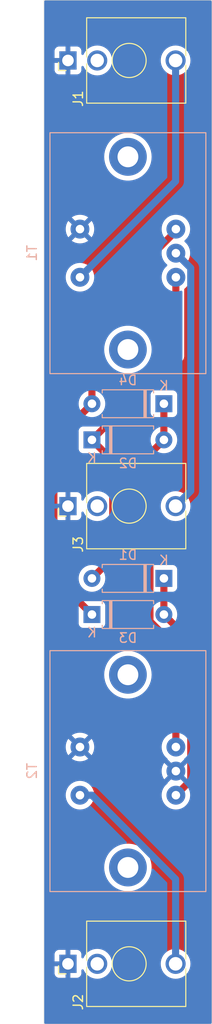
<source format=kicad_pcb>
(kicad_pcb (version 20240108) (generator "pcbnew") (generator_version "8.0")
  (layers (0 "F.Cu" signal) (31 "B.Cu" signal) (34 "B.Paste" user) (35 "F.Paste" user) (36 "B.SilkS" user "B.Silkscreen") (37 "F.SilkS" user "F.Silkscreen") (38 "B.Mask" user) (39 "F.Mask" user) (44 "Edge.Cuts" user))
  (net 0 "")
  (net 1 "Net-(D1-Pad2)")
  (net 2 "Net-(D1-Pad1)")
  (net 3 "Net-(D2-Pad2)")
  (net 4 "Net-(D3-Pad1)")
  (net 5 "Net-(J1-PadT)")
  (net 6 "Net-(J1-PadTN)")
  (net 7 "Net-(J2-PadT)")
  (net 8 "Net-(J2-PadTN)")
  (net 9 "Net-(J3-PadT)")
  (net 10 "Net-(J3-PadTN)")
  (net 11 "GND")
  (footprint "Connector_Audio:Jack_3.5mm_QingPu_WQP-PJ398SM_Vertical_CircularHoles" (layer "F.Cu") (at 20.32 139.7 90)
    (property "Reference" "J2" (at -4.03 1.08 -90) (layer "F.SilkS"))
    (property "Value" "Output")
    (fp_line (start -1.06 -1) (end -0.2 -1) (stroke (width 0.12)) (layer "F.SilkS"))
    (fp_line (start -1.06 -1) (end -1.06 -0.2) (stroke (width 0.12)) (layer "F.SilkS"))
    (fp_line (start 4.5 1.98) (end 0.35 1.98) (stroke (width 0.12)) (layer "F.SilkS"))
    (fp_line (start 4.5 1.98) (end 4.5 12.48) (stroke (width 0.12)) (layer "F.SilkS"))
    (fp_line (start -0.35 1.98) (end -4.5 1.98) (stroke (width 0.12)) (layer "F.SilkS"))
    (fp_line (start -4.5 1.98) (end -4.5 12.48) (stroke (width 0.12)) (layer "F.SilkS"))
    (fp_line (start 4.5 12.48) (end 0.5 12.48) (stroke (width 0.12)) (layer "F.SilkS"))
    (fp_line (start -0.5 12.48) (end -4.5 12.48) (stroke (width 0.12)) (layer "F.SilkS"))
    (fp_circle (center 0 6.48) (end 1.8 6.48) (stroke (width 0.12)) (fill none) (layer "F.SilkS"))
    (pad "S" thru_hole rect (at 0 0 270) (size 1.93 1.83) (drill 1.22) (layers "*.Cu" "*.Mask") (net 11 "GND"))
    (pad "T" thru_hole circle (at 0 11.4 270) (size 2.13 2.13) (drill 1.43) (layers "*.Cu" "*.Mask") (net 7 "Net-(J2-PadT)"))
    (pad "TN" thru_hole circle (at 0 3.1 270) (size 2.13 2.13) (drill 1.42) (layers "*.Cu" "*.Mask") (net 8 "Net-(J2-PadTN)"))
  )
  (footprint "Connector_Audio:Jack_3.5mm_QingPu_WQP-PJ398SM_Vertical_CircularHoles" (layer "F.Cu") (at 20.32 91.44 90)
    (property "Reference" "J3" (at -4.03 1.08 -90) (layer "F.SilkS"))
    (property "Value" "Carrier")
    (fp_line (start -1.06 -1) (end -0.2 -1) (stroke (width 0.12)) (layer "F.SilkS"))
    (fp_line (start -1.06 -1) (end -1.06 -0.2) (stroke (width 0.12)) (layer "F.SilkS"))
    (fp_line (start 4.5 1.98) (end 0.35 1.98) (stroke (width 0.12)) (layer "F.SilkS"))
    (fp_line (start 4.5 1.98) (end 4.5 12.48) (stroke (width 0.12)) (layer "F.SilkS"))
    (fp_line (start -0.35 1.98) (end -4.5 1.98) (stroke (width 0.12)) (layer "F.SilkS"))
    (fp_line (start -4.5 1.98) (end -4.5 12.48) (stroke (width 0.12)) (layer "F.SilkS"))
    (fp_line (start 4.5 12.48) (end 0.5 12.48) (stroke (width 0.12)) (layer "F.SilkS"))
    (fp_line (start -0.5 12.48) (end -4.5 12.48) (stroke (width 0.12)) (layer "F.SilkS"))
    (fp_circle (center 0 6.48) (end 1.8 6.48) (stroke (width 0.12)) (fill none) (layer "F.SilkS"))
    (pad "S" thru_hole rect (at 0 0 270) (size 1.93 1.83) (drill 1.22) (layers "*.Cu" "*.Mask") (net 11 "GND"))
    (pad "T" thru_hole circle (at 0 11.4 270) (size 2.13 2.13) (drill 1.43) (layers "*.Cu" "*.Mask") (net 9 "Net-(J3-PadT)"))
    (pad "TN" thru_hole circle (at 0 3.1 270) (size 2.13 2.13) (drill 1.42) (layers "*.Cu" "*.Mask") (net 10 "Net-(J3-PadTN)"))
  )
  (footprint "Connector_Audio:Jack_3.5mm_QingPu_WQP-PJ398SM_Vertical_CircularHoles" (layer "F.Cu") (at 20.32 44.45 90)
    (property "Reference" "J1" (at -4.03 1.08 -90) (layer "F.SilkS"))
    (property "Value" "Input")
    (fp_line (start -1.06 -1) (end -0.2 -1) (stroke (width 0.12)) (layer "F.SilkS"))
    (fp_line (start -1.06 -1) (end -1.06 -0.2) (stroke (width 0.12)) (layer "F.SilkS"))
    (fp_line (start 4.5 1.98) (end 0.35 1.98) (stroke (width 0.12)) (layer "F.SilkS"))
    (fp_line (start 4.5 1.98) (end 4.5 12.48) (stroke (width 0.12)) (layer "F.SilkS"))
    (fp_line (start -0.35 1.98) (end -4.5 1.98) (stroke (width 0.12)) (layer "F.SilkS"))
    (fp_line (start -4.5 1.98) (end -4.5 12.48) (stroke (width 0.12)) (layer "F.SilkS"))
    (fp_line (start 4.5 12.48) (end 0.5 12.48) (stroke (width 0.12)) (layer "F.SilkS"))
    (fp_line (start -0.5 12.48) (end -4.5 12.48) (stroke (width 0.12)) (layer "F.SilkS"))
    (fp_circle (center 0 6.48) (end 1.8 6.48) (stroke (width 0.12)) (fill none) (layer "F.SilkS"))
    (pad "S" thru_hole rect (at 0 0 270) (size 1.93 1.83) (drill 1.22) (layers "*.Cu" "*.Mask") (net 11 "GND"))
    (pad "T" thru_hole circle (at 0 11.4 270) (size 2.13 2.13) (drill 1.43) (layers "*.Cu" "*.Mask") (net 5 "Net-(J1-PadT)"))
    (pad "TN" thru_hole circle (at 0 3.1 270) (size 2.13 2.13) (drill 1.42) (layers "*.Cu" "*.Mask") (net 6 "Net-(J1-PadTN)"))
  )
  (footprint "Diode_THT:D_A-405_P7.62mm_Horizontal" (layer "B.Cu") (at 30.48 99.06 180)
    (property "Reference" "D1" (at 3.81 2.47 0) (layer "B.SilkS") (effects (justify mirror)))
    (property "Value" "D")
    (fp_line (start 6.53 1.47) (end 6.53 1.14) (stroke (width 0.12)) (layer "B.SilkS"))
    (fp_line (start 6.53 -1.47) (end 6.53 -1.14) (stroke (width 0.12)) (layer "B.SilkS"))
    (fp_line (start 2.11 1.47) (end 2.11 -1.47) (stroke (width 0.12)) (layer "B.SilkS"))
    (fp_line (start 1.99 1.47) (end 1.99 -1.47) (stroke (width 0.12)) (layer "B.SilkS"))
    (fp_line (start 1.87 1.47) (end 1.87 -1.47) (stroke (width 0.12)) (layer "B.SilkS"))
    (fp_line (start 1.09 1.47) (end 6.53 1.47) (stroke (width 0.12)) (layer "B.SilkS"))
    (fp_line (start 1.09 1.14) (end 1.09 1.47) (stroke (width 0.12)) (layer "B.SilkS"))
    (fp_line (start 1.09 -1.14) (end 1.09 -1.47) (stroke (width 0.12)) (layer "B.SilkS"))
    (fp_line (start 1.09 -1.47) (end 6.53 -1.47) (stroke (width 0.12)) (layer "B.SilkS"))
    (fp_text user "K" (at 0 1.9 0) (layer "B.SilkS") (effects (justify mirror)))
    (pad "1" thru_hole rect (at 0 0 180) (size 1.8 1.8) (drill 0.9) (layers "*.Cu" "*.Mask") (net 2 "Net-(D1-Pad1)"))
    (pad "2" thru_hole oval (at 7.62 0 180) (size 1.8 1.8) (drill 0.9) (layers "*.Cu" "*.Mask") (net 1 "Net-(D1-Pad2)"))
  )
  (footprint "Diode_THT:D_A-405_P7.62mm_Horizontal" (layer "B.Cu") (at 22.86 84.455)
    (property "Reference" "D2" (at 3.81 2.47 0) (layer "B.SilkS") (effects (justify mirror)))
    (property "Value" "D")
    (fp_line (start 1.09 -1.47) (end 6.53 -1.47) (stroke (width 0.12)) (layer "B.SilkS"))
    (fp_line (start 1.09 -1.14) (end 1.09 -1.47) (stroke (width 0.12)) (layer "B.SilkS"))
    (fp_line (start 1.09 1.14) (end 1.09 1.47) (stroke (width 0.12)) (layer "B.SilkS"))
    (fp_line (start 1.09 1.47) (end 6.53 1.47) (stroke (width 0.12)) (layer "B.SilkS"))
    (fp_line (start 1.87 1.47) (end 1.87 -1.47) (stroke (width 0.12)) (layer "B.SilkS"))
    (fp_line (start 1.99 1.47) (end 1.99 -1.47) (stroke (width 0.12)) (layer "B.SilkS"))
    (fp_line (start 2.11 1.47) (end 2.11 -1.47) (stroke (width 0.12)) (layer "B.SilkS"))
    (fp_line (start 6.53 -1.47) (end 6.53 -1.14) (stroke (width 0.12)) (layer "B.SilkS"))
    (fp_line (start 6.53 1.47) (end 6.53 1.14) (stroke (width 0.12)) (layer "B.SilkS"))
    (fp_text user "K" (at 0 1.9 0) (layer "B.SilkS") (effects (justify mirror)))
    (pad "1" thru_hole rect (at 0 0) (size 1.8 1.8) (drill 0.9) (layers "*.Cu" "*.Mask") (net 1 "Net-(D1-Pad2)"))
    (pad "2" thru_hole oval (at 7.62 0) (size 1.8 1.8) (drill 0.9) (layers "*.Cu" "*.Mask") (net 3 "Net-(D2-Pad2)"))
  )
  (footprint "Diode_THT:D_A-405_P7.62mm_Horizontal" (layer "B.Cu") (at 22.86 102.87)
    (property "Reference" "D3" (at 3.81 2.47 0) (layer "B.SilkS") (effects (justify mirror)))
    (property "Value" "D")
    (fp_line (start 1.09 -1.47) (end 6.53 -1.47) (stroke (width 0.12)) (layer "B.SilkS"))
    (fp_line (start 1.09 -1.14) (end 1.09 -1.47) (stroke (width 0.12)) (layer "B.SilkS"))
    (fp_line (start 1.09 1.14) (end 1.09 1.47) (stroke (width 0.12)) (layer "B.SilkS"))
    (fp_line (start 1.09 1.47) (end 6.53 1.47) (stroke (width 0.12)) (layer "B.SilkS"))
    (fp_line (start 1.87 1.47) (end 1.87 -1.47) (stroke (width 0.12)) (layer "B.SilkS"))
    (fp_line (start 1.99 1.47) (end 1.99 -1.47) (stroke (width 0.12)) (layer "B.SilkS"))
    (fp_line (start 2.11 1.47) (end 2.11 -1.47) (stroke (width 0.12)) (layer "B.SilkS"))
    (fp_line (start 6.53 -1.47) (end 6.53 -1.14) (stroke (width 0.12)) (layer "B.SilkS"))
    (fp_line (start 6.53 1.47) (end 6.53 1.14) (stroke (width 0.12)) (layer "B.SilkS"))
    (fp_text user "K" (at 0 1.9 0) (layer "B.SilkS") (effects (justify mirror)))
    (pad "1" thru_hole rect (at 0 0) (size 1.8 1.8) (drill 0.9) (layers "*.Cu" "*.Mask") (net 4 "Net-(D3-Pad1)"))
    (pad "2" thru_hole oval (at 7.62 0) (size 1.8 1.8) (drill 0.9) (layers "*.Cu" "*.Mask") (net 2 "Net-(D1-Pad1)"))
  )
  (footprint "Diode_THT:D_A-405_P7.62mm_Horizontal" (layer "B.Cu") (at 30.48 80.645 180)
    (property "Reference" "D4" (at 3.81 2.47 0) (layer "B.SilkS") (effects (justify mirror)))
    (property "Value" "D")
    (fp_line (start 6.53 1.47) (end 6.53 1.14) (stroke (width 0.12)) (layer "B.SilkS"))
    (fp_line (start 6.53 -1.47) (end 6.53 -1.14) (stroke (width 0.12)) (layer "B.SilkS"))
    (fp_line (start 2.11 1.47) (end 2.11 -1.47) (stroke (width 0.12)) (layer "B.SilkS"))
    (fp_line (start 1.99 1.47) (end 1.99 -1.47) (stroke (width 0.12)) (layer "B.SilkS"))
    (fp_line (start 1.87 1.47) (end 1.87 -1.47) (stroke (width 0.12)) (layer "B.SilkS"))
    (fp_line (start 1.09 1.47) (end 6.53 1.47) (stroke (width 0.12)) (layer "B.SilkS"))
    (fp_line (start 1.09 1.14) (end 1.09 1.47) (stroke (width 0.12)) (layer "B.SilkS"))
    (fp_line (start 1.09 -1.14) (end 1.09 -1.47) (stroke (width 0.12)) (layer "B.SilkS"))
    (fp_line (start 1.09 -1.47) (end 6.53 -1.47) (stroke (width 0.12)) (layer "B.SilkS"))
    (fp_text user "K" (at 0 1.9 0) (layer "B.SilkS") (effects (justify mirror)))
    (pad "1" thru_hole rect (at 0 0 180) (size 1.8 1.8) (drill 0.9) (layers "*.Cu" "*.Mask") (net 3 "Net-(D2-Pad2)"))
    (pad "2" thru_hole oval (at 7.62 0 180) (size 1.8 1.8) (drill 0.9) (layers "*.Cu" "*.Mask") (net 4 "Net-(D3-Pad1)"))
  )
  (footprint "Custom:audio_transformer" (layer "B.Cu") (at 21.59 64.77 -90)
    (property "Reference" "T1" (at 0 5.08 -90) (layer "B.SilkS") (effects (justify mirror)))
    (property "Value" "Transformer_1P_SS")
    (fp_line (start -12.7 3.175) (end 12.7 3.175) (stroke (width 0.12)) (layer "B.SilkS"))
    (fp_line (start 12.7 3.175) (end 12.7 -13.335) (stroke (width 0.12)) (layer "B.SilkS"))
    (fp_line (start -12.7 -13.335) (end -12.7 3.175) (stroke (width 0.12)) (layer "B.SilkS"))
    (fp_line (start 12.7 -13.335) (end -12.7 -13.335) (stroke (width 0.12)) (layer "B.SilkS"))
    (pad "" thru_hole circle (at -10.16 -5.08 270) (size 4 4) (drill 2.2) (layers "*.Cu" "*.Mask"))
    (pad "" thru_hole circle (at 10.16 -5.08 270) (size 4 4) (drill 2.2) (layers "*.Cu" "*.Mask"))
    (pad "1" thru_hole circle (at 2.54 0 270) (size 2 2) (drill 0.9) (layers "*.Cu" "*.Mask") (net 5 "Net-(J1-PadT)"))
    (pad "2" thru_hole circle (at -2.54 0 270) (size 2 2) (drill 0.9) (layers "*.Cu" "*.Mask") (net 11 "GND"))
    (pad "3" thru_hole circle (at -2.54 -10.16 270) (size 2 2) (drill 0.9) (layers "*.Cu" "*.Mask") (net 4 "Net-(D3-Pad1)"))
    (pad "4" thru_hole circle (at 0 -10.16 270) (size 2 2) (drill 0.9) (layers "*.Cu" "*.Mask") (net 9 "Net-(J3-PadT)"))
    (pad "5" thru_hole circle (at 2.54 -10.16 270) (size 2 2) (drill 0.9) (layers "*.Cu" "*.Mask") (net 1 "Net-(D1-Pad2)"))
  )
  (footprint "Custom:audio_transformer" (layer "B.Cu") (at 21.59 119.38 -90)
    (property "Reference" "T2" (at 0 5.08 -90) (layer "B.SilkS") (effects (justify mirror)))
    (property "Value" "Transformer_1P_SS")
    (fp_line (start -12.7 3.175) (end 12.7 3.175) (stroke (width 0.12)) (layer "B.SilkS"))
    (fp_line (start 12.7 3.175) (end 12.7 -13.335) (stroke (width 0.12)) (layer "B.SilkS"))
    (fp_line (start -12.7 -13.335) (end -12.7 3.175) (stroke (width 0.12)) (layer "B.SilkS"))
    (fp_line (start 12.7 -13.335) (end -12.7 -13.335) (stroke (width 0.12)) (layer "B.SilkS"))
    (pad "" thru_hole circle (at -10.16 -5.08 270) (size 4 4) (drill 2.2) (layers "*.Cu" "*.Mask"))
    (pad "" thru_hole circle (at 10.16 -5.08 270) (size 4 4) (drill 2.2) (layers "*.Cu" "*.Mask"))
    (pad "1" thru_hole circle (at 2.54 0 270) (size 2 2) (drill 0.9) (layers "*.Cu" "*.Mask") (net 7 "Net-(J2-PadT)"))
    (pad "2" thru_hole circle (at -2.54 0 270) (size 2 2) (drill 0.9) (layers "*.Cu" "*.Mask") (net 11 "GND"))
    (pad "3" thru_hole circle (at -2.54 -10.16 270) (size 2 2) (drill 0.9) (layers "*.Cu" "*.Mask") (net 3 "Net-(D2-Pad2)"))
    (pad "4" thru_hole circle (at 0 -10.16 270) (size 2 2) (drill 0.9) (layers "*.Cu" "*.Mask") (net 11 "GND"))
    (pad "5" thru_hole circle (at 2.54 -10.16 270) (size 2 2) (drill 0.9) (layers "*.Cu" "*.Mask") (net 2 "Net-(D1-Pad1)"))
  )
  (gr_line (start 35.56 38.1) (end 17.78 38.1) (stroke (width 0.05)) (layer "Edge.Cuts"))
  (gr_line (start 17.78 38.1) (end 17.78 146.05) (stroke (width 0.05)) (layer "Edge.Cuts"))
  (gr_line (start 17.78 146.05) (end 35.56 146.05) (stroke (width 0.05)) (layer "Edge.Cuts"))
  (gr_line (start 35.56 146.05) (end 35.56 38.1) (stroke (width 0.05)) (layer "Edge.Cuts"))
  (segment (start 22.86 84.455) (end 31.75 75.565) (width 0.75) (layer "F.Cu") (net 1))
  (segment (start 25.060001 96.859999) (end 25.060001 86.655001) (width 0.75) (layer "F.Cu") (net 1))
  (segment (start 22.86 99.06) (end 25.060001 96.859999) (width 0.75) (layer "F.Cu") (net 1))
  (segment (start 31.75 75.565) (end 31.75 67.31) (width 0.75) (layer "F.Cu") (net 1))
  (segment (start 25.060001 86.655001) (end 22.86 84.455) (width 0.75) (layer "F.Cu") (net 1))
  (segment (start 30.48 102.87) (end 33.325001 105.715001) (width 0.75) (layer "F.Cu") (net 2))
  (segment (start 33.325001 120.344999) (end 31.75 121.92) (width 0.75) (layer "F.Cu") (net 2))
  (segment (start 30.48 99.06) (end 30.48 102.87) (width 0.75) (layer "F.Cu") (net 2))
  (segment (start 33.325001 105.715001) (end 33.325001 120.344999) (width 0.75) (layer "F.Cu") (net 2))
  (segment (start 29.004999 85.930001) (end 30.48 84.455) (width 0.75) (layer "F.Cu") (net 3))
  (segment (start 31.75 116.84) (end 31.75 106.323002) (width 0.75) (layer "F.Cu") (net 3))
  (segment (start 29.004999 103.578001) (end 29.004999 85.930001) (width 0.75) (layer "F.Cu") (net 3))
  (segment (start 30.48 84.455) (end 30.48 80.645) (width 0.75) (layer "F.Cu") (net 3))
  (segment (start 31.75 106.323002) (end 29.004999 103.578001) (width 0.75) (layer "F.Cu") (net 3))
  (segment (start 31.75 62.438998) (end 31.75 62.23) (width 0.75) (layer "F.Cu") (net 4))
  (segment (start 22.86 102.87) (end 18.829999 98.839999) (width 0.75) (layer "F.Cu") (net 4))
  (segment (start 18.829999 84.675001) (end 22.86 80.645) (width 0.75) (layer "F.Cu") (net 4))
  (segment (start 22.86 80.645) (end 22.86 71.328998) (width 0.75) (layer "F.Cu") (net 4))
  (segment (start 18.829999 98.839999) (end 18.829999 84.675001) (width 0.75) (layer "F.Cu") (net 4))
  (segment (start 22.86 71.328998) (end 31.75 62.438998) (width 0.75) (layer "F.Cu") (net 4))
  (segment (start 21.59 67.31) (end 31.72 57.18) (width 0.75) (layer "B.Cu") (net 5))
  (segment (start 31.72 57.18) (end 31.72 44.45) (width 0.75) (layer "B.Cu") (net 5))
  (segment (start 31.72 130.778998) (end 22.861002 121.92) (width 0.75) (layer "B.Cu") (net 7))
  (segment (start 22.861002 121.92) (end 21.59 121.92) (width 0.75) (layer "B.Cu") (net 7))
  (segment (start 31.72 139.7) (end 31.72 130.778998) (width 0.75) (layer "B.Cu") (net 7))
  (segment (start 33.325001 89.834999) (end 33.325001 66.345001) (width 0.75) (layer "B.Cu") (net 9))
  (segment (start 33.325001 66.345001) (end 31.75 64.77) (width 0.75) (layer "B.Cu") (net 9))
  (segment (start 31.72 91.44) (end 33.325001 89.834999) (width 0.75) (layer "B.Cu") (net 9))
  (zone (net 11) (net_name "GND") (layer "F.Cu") (connect_pads (clearance 0.508)) (min_thickness 0.254) (fill yes (thermal_gap 0.508) (thermal_bridge_width 0.508))
    (polygon (pts (xy 35.56 146.05) (xy 17.78 146.05) (xy 17.78 38.1) (xy 35.56 38.1)))
  )
  (zone (net 11) (net_name "GND") (layer "B.Cu") (connect_pads (clearance 0.508)) (min_thickness 0.254) (fill yes (thermal_gap 0.508) (thermal_bridge_width 0.508))
    (polygon (pts (xy 35.56 146.05) (xy 17.78 146.05) (xy 17.78 38.1) (xy 35.56 38.1)))
  )
)
</source>
